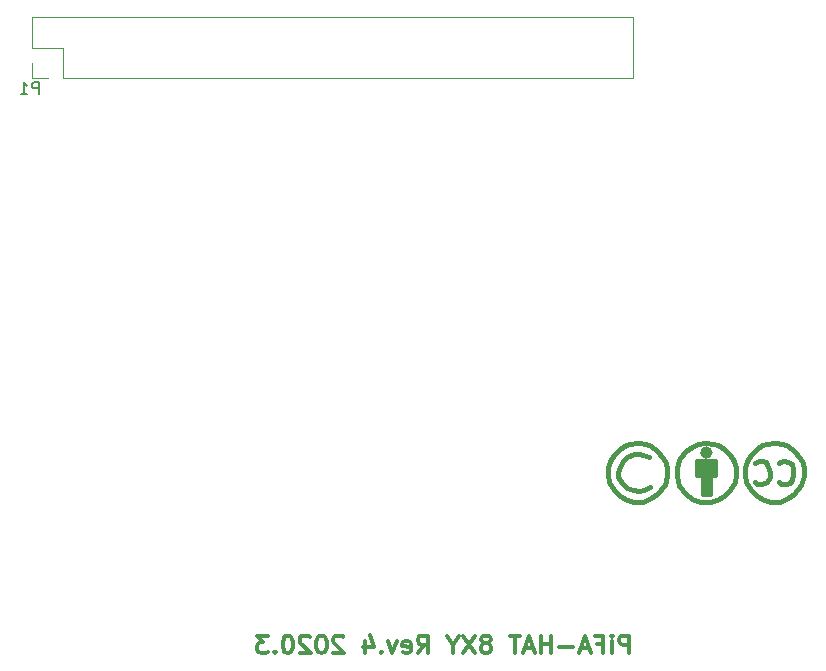
<source format=gbo>
G04 #@! TF.GenerationSoftware,KiCad,Pcbnew,(5.1.5)-3*
G04 #@! TF.CreationDate,2020-03-27T11:43:29+09:00*
G04 #@! TF.ProjectId,PiFA_8xy,50694641-5f38-4787-992e-6b696361645f,4*
G04 #@! TF.SameCoordinates,Original*
G04 #@! TF.FileFunction,Legend,Bot*
G04 #@! TF.FilePolarity,Positive*
%FSLAX46Y46*%
G04 Gerber Fmt 4.6, Leading zero omitted, Abs format (unit mm)*
G04 Created by KiCad (PCBNEW (5.1.5)-3) date 2020-03-27 11:43:29*
%MOMM*%
%LPD*%
G04 APERTURE LIST*
%ADD10C,0.300000*%
%ADD11C,0.381000*%
%ADD12C,0.120000*%
%ADD13C,0.150000*%
G04 APERTURE END LIST*
D10*
X257624285Y-148773571D02*
X257624285Y-147273571D01*
X257052857Y-147273571D01*
X256910000Y-147345000D01*
X256838571Y-147416428D01*
X256767142Y-147559285D01*
X256767142Y-147773571D01*
X256838571Y-147916428D01*
X256910000Y-147987857D01*
X257052857Y-148059285D01*
X257624285Y-148059285D01*
X256124285Y-148773571D02*
X256124285Y-147773571D01*
X256124285Y-147273571D02*
X256195714Y-147345000D01*
X256124285Y-147416428D01*
X256052857Y-147345000D01*
X256124285Y-147273571D01*
X256124285Y-147416428D01*
X254910000Y-147987857D02*
X255410000Y-147987857D01*
X255410000Y-148773571D02*
X255410000Y-147273571D01*
X254695714Y-147273571D01*
X254195714Y-148345000D02*
X253481428Y-148345000D01*
X254338571Y-148773571D02*
X253838571Y-147273571D01*
X253338571Y-148773571D01*
X252838571Y-148202142D02*
X251695714Y-148202142D01*
X250981428Y-148773571D02*
X250981428Y-147273571D01*
X250981428Y-147987857D02*
X250124285Y-147987857D01*
X250124285Y-148773571D02*
X250124285Y-147273571D01*
X249481428Y-148345000D02*
X248767142Y-148345000D01*
X249624285Y-148773571D02*
X249124285Y-147273571D01*
X248624285Y-148773571D01*
X248338571Y-147273571D02*
X247481428Y-147273571D01*
X247910000Y-148773571D02*
X247910000Y-147273571D01*
X245624285Y-147916428D02*
X245767142Y-147845000D01*
X245838571Y-147773571D01*
X245910000Y-147630714D01*
X245910000Y-147559285D01*
X245838571Y-147416428D01*
X245767142Y-147345000D01*
X245624285Y-147273571D01*
X245338571Y-147273571D01*
X245195714Y-147345000D01*
X245124285Y-147416428D01*
X245052857Y-147559285D01*
X245052857Y-147630714D01*
X245124285Y-147773571D01*
X245195714Y-147845000D01*
X245338571Y-147916428D01*
X245624285Y-147916428D01*
X245767142Y-147987857D01*
X245838571Y-148059285D01*
X245910000Y-148202142D01*
X245910000Y-148487857D01*
X245838571Y-148630714D01*
X245767142Y-148702142D01*
X245624285Y-148773571D01*
X245338571Y-148773571D01*
X245195714Y-148702142D01*
X245124285Y-148630714D01*
X245052857Y-148487857D01*
X245052857Y-148202142D01*
X245124285Y-148059285D01*
X245195714Y-147987857D01*
X245338571Y-147916428D01*
X244552857Y-147273571D02*
X243552857Y-148773571D01*
X243552857Y-147273571D02*
X244552857Y-148773571D01*
X242695714Y-148059285D02*
X242695714Y-148773571D01*
X243195714Y-147273571D02*
X242695714Y-148059285D01*
X242195714Y-147273571D01*
X239695714Y-148773571D02*
X240195714Y-148059285D01*
X240552857Y-148773571D02*
X240552857Y-147273571D01*
X239981428Y-147273571D01*
X239838571Y-147345000D01*
X239767142Y-147416428D01*
X239695714Y-147559285D01*
X239695714Y-147773571D01*
X239767142Y-147916428D01*
X239838571Y-147987857D01*
X239981428Y-148059285D01*
X240552857Y-148059285D01*
X238481428Y-148702142D02*
X238624285Y-148773571D01*
X238910000Y-148773571D01*
X239052857Y-148702142D01*
X239124285Y-148559285D01*
X239124285Y-147987857D01*
X239052857Y-147845000D01*
X238910000Y-147773571D01*
X238624285Y-147773571D01*
X238481428Y-147845000D01*
X238410000Y-147987857D01*
X238410000Y-148130714D01*
X239124285Y-148273571D01*
X237910000Y-147773571D02*
X237552857Y-148773571D01*
X237195714Y-147773571D01*
X236624285Y-148630714D02*
X236552857Y-148702142D01*
X236624285Y-148773571D01*
X236695714Y-148702142D01*
X236624285Y-148630714D01*
X236624285Y-148773571D01*
X235267142Y-147773571D02*
X235267142Y-148773571D01*
X235624285Y-147202142D02*
X235981428Y-148273571D01*
X235052857Y-148273571D01*
X233410000Y-147416428D02*
X233338571Y-147345000D01*
X233195714Y-147273571D01*
X232838571Y-147273571D01*
X232695714Y-147345000D01*
X232624285Y-147416428D01*
X232552857Y-147559285D01*
X232552857Y-147702142D01*
X232624285Y-147916428D01*
X233481428Y-148773571D01*
X232552857Y-148773571D01*
X231624285Y-147273571D02*
X231481428Y-147273571D01*
X231338571Y-147345000D01*
X231267142Y-147416428D01*
X231195714Y-147559285D01*
X231124285Y-147845000D01*
X231124285Y-148202142D01*
X231195714Y-148487857D01*
X231267142Y-148630714D01*
X231338571Y-148702142D01*
X231481428Y-148773571D01*
X231624285Y-148773571D01*
X231767142Y-148702142D01*
X231838571Y-148630714D01*
X231910000Y-148487857D01*
X231981428Y-148202142D01*
X231981428Y-147845000D01*
X231910000Y-147559285D01*
X231838571Y-147416428D01*
X231767142Y-147345000D01*
X231624285Y-147273571D01*
X230552857Y-147416428D02*
X230481428Y-147345000D01*
X230338571Y-147273571D01*
X229981428Y-147273571D01*
X229838571Y-147345000D01*
X229767142Y-147416428D01*
X229695714Y-147559285D01*
X229695714Y-147702142D01*
X229767142Y-147916428D01*
X230624285Y-148773571D01*
X229695714Y-148773571D01*
X228767142Y-147273571D02*
X228624285Y-147273571D01*
X228481428Y-147345000D01*
X228410000Y-147416428D01*
X228338571Y-147559285D01*
X228267142Y-147845000D01*
X228267142Y-148202142D01*
X228338571Y-148487857D01*
X228410000Y-148630714D01*
X228481428Y-148702142D01*
X228624285Y-148773571D01*
X228767142Y-148773571D01*
X228910000Y-148702142D01*
X228981428Y-148630714D01*
X229052857Y-148487857D01*
X229124285Y-148202142D01*
X229124285Y-147845000D01*
X229052857Y-147559285D01*
X228981428Y-147416428D01*
X228910000Y-147345000D01*
X228767142Y-147273571D01*
X227624285Y-148630714D02*
X227552857Y-148702142D01*
X227624285Y-148773571D01*
X227695714Y-148702142D01*
X227624285Y-148630714D01*
X227624285Y-148773571D01*
X227052857Y-147273571D02*
X226124285Y-147273571D01*
X226624285Y-147845000D01*
X226410000Y-147845000D01*
X226267142Y-147916428D01*
X226195714Y-147987857D01*
X226124285Y-148130714D01*
X226124285Y-148487857D01*
X226195714Y-148630714D01*
X226267142Y-148702142D01*
X226410000Y-148773571D01*
X226838571Y-148773571D01*
X226981428Y-148702142D01*
X227052857Y-148630714D01*
D11*
X268389360Y-135465180D02*
X267891520Y-134967340D01*
X272090140Y-132267320D02*
X272290800Y-132666100D01*
X267891520Y-131965060D02*
X268389360Y-131467220D01*
X269491720Y-133864980D02*
X269291060Y-134266300D01*
X271490700Y-133166480D02*
X271490700Y-133565260D01*
X267391140Y-133067420D02*
X267589260Y-132465440D01*
X270289280Y-132666100D02*
X270390880Y-132567040D01*
X271190980Y-134365360D02*
X270891260Y-134466960D01*
X270489940Y-134466960D02*
X270289280Y-134266300D01*
X269590780Y-135965560D02*
X268991340Y-135767440D01*
X268889740Y-131164960D02*
X269291060Y-131065900D01*
X269291060Y-131065900D02*
X269890500Y-130966840D01*
X269189460Y-132567040D02*
X269390120Y-132965820D01*
X268991340Y-135767440D02*
X268389360Y-135465180D01*
X268389360Y-132567040D02*
X268590020Y-132465440D01*
X268590020Y-132465440D02*
X268889740Y-132465440D01*
X272389860Y-133765920D02*
X272191740Y-134566020D01*
X267391140Y-133666860D02*
X267391140Y-133067420D01*
X268691620Y-134466960D02*
X268389360Y-134466960D01*
X268889740Y-134466960D02*
X268691620Y-134466960D01*
X271589760Y-135267060D02*
X271089380Y-135665840D01*
X270390880Y-132567040D02*
X270690600Y-132465440D01*
X269989560Y-130966840D02*
X270591540Y-131065900D01*
X268290300Y-132666100D02*
X268389360Y-132567040D01*
X271089380Y-135665840D02*
X270390880Y-135965560D01*
X270390880Y-135965560D02*
X269590780Y-135965560D01*
X269291060Y-134266300D02*
X268889740Y-134466960D01*
X272389860Y-133166480D02*
X272389860Y-133765920D01*
X271391640Y-134065640D02*
X271190980Y-134365360D01*
X271089380Y-131266560D02*
X271589760Y-131665340D01*
X267891520Y-134967340D02*
X267490200Y-134266300D01*
X271089380Y-132567040D02*
X271391640Y-132765160D01*
X270591540Y-131065900D02*
X271089380Y-131266560D01*
X270690600Y-132465440D02*
X271089380Y-132567040D01*
X272290800Y-132666100D02*
X272389860Y-133166480D01*
X268389360Y-134466960D02*
X268290300Y-134266300D01*
X271490700Y-133565260D02*
X271391640Y-134065640D01*
X267490200Y-134266300D02*
X267391140Y-133666860D01*
X267589260Y-132465440D02*
X267891520Y-131965060D01*
X271589760Y-131665340D02*
X272090140Y-132267320D01*
X270891260Y-134466960D02*
X270489940Y-134466960D01*
X269890500Y-130966840D02*
X269989560Y-130966840D01*
X268389360Y-131467220D02*
X268889740Y-131164960D01*
X272191740Y-134566020D02*
X271589760Y-135267060D01*
X269390120Y-132965820D02*
X269491720Y-133466200D01*
X269491720Y-133466200D02*
X269491720Y-133864980D01*
X268889740Y-132465440D02*
X269189460Y-132567040D01*
X271391640Y-132765160D02*
X271490700Y-133166480D01*
X258793380Y-131963460D02*
X259293760Y-132164120D01*
X259992260Y-131663740D02*
X260492640Y-132265720D01*
X256692800Y-133863380D02*
X256692800Y-133464600D01*
X256992520Y-134363760D02*
X256692800Y-133863380D01*
X256692800Y-133464600D02*
X256791860Y-132964220D01*
X256791860Y-132964220D02*
X257094120Y-132463840D01*
X257094120Y-132463840D02*
X257393840Y-132164120D01*
X257393840Y-132164120D02*
X257993280Y-131864400D01*
X257393840Y-134765080D02*
X256992520Y-134363760D01*
X257993280Y-131864400D02*
X258392060Y-131864400D01*
X258293000Y-130965240D02*
X258392060Y-130965240D01*
X257894220Y-134965740D02*
X257393840Y-134765080D01*
X259491880Y-131264960D02*
X259992260Y-131663740D01*
X258392060Y-135064800D02*
X257894220Y-134965740D01*
X258392060Y-131864400D02*
X258793380Y-131963460D01*
X258994040Y-131064300D02*
X259491880Y-131264960D01*
X260492640Y-132265720D02*
X260693300Y-132664500D01*
X258392060Y-130965240D02*
X258994040Y-131064300D01*
X260693300Y-132664500D02*
X260792360Y-133164880D01*
X260792360Y-133164880D02*
X260792360Y-133764320D01*
X259392820Y-134663480D02*
X258892440Y-134965740D01*
X258892440Y-134965740D02*
X258392060Y-135064800D01*
X260792360Y-133764320D02*
X260594240Y-134564420D01*
X260594240Y-134564420D02*
X259992260Y-135265460D01*
X259992260Y-135265460D02*
X259491880Y-135664240D01*
X255793640Y-133065820D02*
X255991760Y-132463840D01*
X257993280Y-135963960D02*
X257393840Y-135765840D01*
X256791860Y-135463580D02*
X256294020Y-134965740D01*
X256791860Y-131465620D02*
X257292240Y-131163360D01*
X256294020Y-131963460D02*
X256791860Y-131465620D01*
X255793640Y-133665260D02*
X255793640Y-133065820D01*
X257693560Y-131064300D02*
X258293000Y-130965240D01*
X258793380Y-135963960D02*
X257993280Y-135963960D01*
X255991760Y-132463840D02*
X256294020Y-131963460D01*
X257292240Y-131163360D02*
X257693560Y-131064300D01*
X259491880Y-135664240D02*
X258793380Y-135963960D01*
X255892700Y-134264700D02*
X255793640Y-133665260D01*
X257393840Y-135765840D02*
X256791860Y-135463580D01*
X256294020Y-134965740D02*
X255892700Y-134264700D01*
X262435740Y-135283240D02*
X262936120Y-135682020D01*
X263334900Y-132481620D02*
X264836040Y-132481620D01*
X264836040Y-132481620D02*
X264836040Y-133683040D01*
X264450666Y-131783120D02*
G75*
G03X264450666Y-131783120I-315666J0D01*
G01*
X264434720Y-135981740D02*
X265034160Y-135783620D01*
X264035940Y-130983020D02*
X263433960Y-131082080D01*
X263835280Y-135283240D02*
X264335660Y-135283240D01*
X263835280Y-133782100D02*
X263835280Y-135283240D01*
X261734700Y-132682280D02*
X261635640Y-133182660D01*
X261833760Y-134582200D02*
X262435740Y-135283240D01*
X266133980Y-134983520D02*
X266535300Y-134282480D01*
X264434720Y-135283240D02*
X264434720Y-133683040D01*
X261635640Y-133782100D02*
X261833760Y-134582200D01*
X263634620Y-135981740D02*
X264434720Y-135981740D01*
X266634360Y-133683040D02*
X266634360Y-133083600D01*
X265636140Y-131483400D02*
X265135760Y-131181140D01*
X263433960Y-131082080D02*
X262936120Y-131282740D01*
X265135760Y-131181140D02*
X264734440Y-131082080D01*
X264734440Y-131082080D02*
X264135000Y-130983020D01*
X262435740Y-131681520D02*
X261935360Y-132283500D01*
X264135000Y-133782100D02*
X264135000Y-135082580D01*
X264635380Y-133083600D02*
X263433960Y-133083600D01*
X263433960Y-132781340D02*
X264734440Y-132781340D01*
X264234060Y-135283240D02*
X264434720Y-135283240D01*
X264836040Y-133683040D02*
X263334900Y-133683040D01*
X263334900Y-133683040D02*
X263334900Y-132481620D01*
X261935360Y-132283500D02*
X261734700Y-132682280D01*
X265636140Y-135481360D02*
X266133980Y-134983520D01*
X266634360Y-133083600D02*
X266436240Y-132481620D01*
X266436240Y-132481620D02*
X266133980Y-131981240D01*
X263334900Y-133383320D02*
X264635380Y-133383320D01*
X265034160Y-135783620D02*
X265636140Y-135481360D01*
X264135000Y-130983020D02*
X264035940Y-130983020D01*
X266535300Y-134282480D02*
X266634360Y-133683040D01*
X262936120Y-135682020D02*
X263634620Y-135981740D01*
X266133980Y-131981240D02*
X265636140Y-131483400D01*
X262936120Y-131282740D02*
X262435740Y-131681520D01*
X261635640Y-133182660D02*
X261635640Y-133782100D01*
X264135000Y-131582460D02*
X264135000Y-131981240D01*
D12*
X207040000Y-94900000D02*
X207040000Y-97500000D01*
X207040000Y-94900000D02*
X257960000Y-94900000D01*
X257960000Y-94900000D02*
X257960000Y-100100000D01*
X209640000Y-100100000D02*
X257960000Y-100100000D01*
X209640000Y-97500000D02*
X209640000Y-100100000D01*
X207040000Y-97500000D02*
X209640000Y-97500000D01*
X207040000Y-100100000D02*
X208370000Y-100100000D01*
X207040000Y-98770000D02*
X207040000Y-100100000D01*
D13*
X207596095Y-101430380D02*
X207596095Y-100430380D01*
X207215142Y-100430380D01*
X207119904Y-100478000D01*
X207072285Y-100525619D01*
X207024666Y-100620857D01*
X207024666Y-100763714D01*
X207072285Y-100858952D01*
X207119904Y-100906571D01*
X207215142Y-100954190D01*
X207596095Y-100954190D01*
X206072285Y-101430380D02*
X206643714Y-101430380D01*
X206358000Y-101430380D02*
X206358000Y-100430380D01*
X206453238Y-100573238D01*
X206548476Y-100668476D01*
X206643714Y-100716095D01*
M02*

</source>
